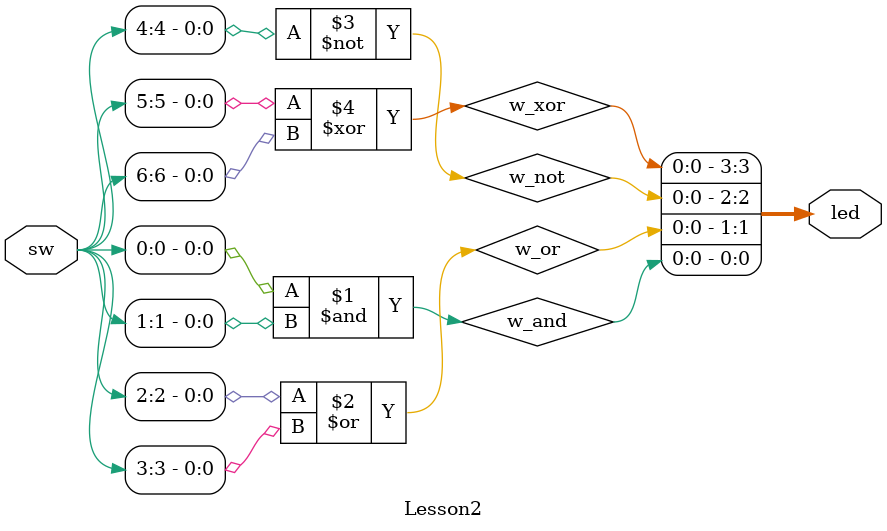
<source format=v>
module Lesson2(sw, led);
	input [6:0] sw;
	output [3:0] led;
	wire w_and, w_or, w_not, w_xor;
	
	assign w_and=sw[0] & sw[1];
	assign w_or=sw[2] | sw[3];
	assign w_not=~sw[4];
	assign w_xor=sw[5] ^ sw[6];
	
	assign led={w_xor, w_not, w_or, w_and};
endmodule
	
</source>
